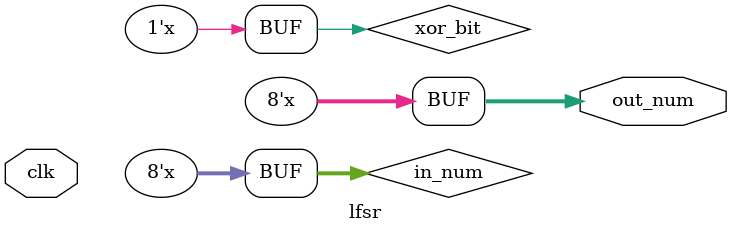
<source format=v>
module lfsr(
	input clk,
	output reg [7:0] out_num
);

	reg xor_bit;
	reg [7:0] in_num;

	initial begin
		xor_bit = 1'b0;
		in_num = 8'b00000001;
		out_num = 8'b0;
	end
	
	always@(clk)begin
	xor_bit = in_num[4]^in_num[3]^in_num[2]^in_num[0];
	out_num = {xor_bit,in_num[7:1]};//右移
	in_num = out_num;
	end

endmodule

</source>
